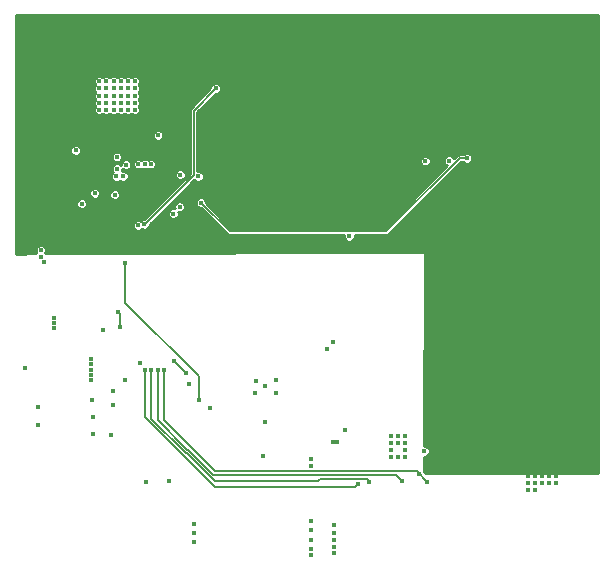
<source format=gbr>
G04 #@! TF.GenerationSoftware,KiCad,Pcbnew,5.0.1-33cea8e~68~ubuntu16.04.1*
G04 #@! TF.CreationDate,2018-12-19T12:21:55-05:00*
G04 #@! TF.ProjectId,SmallKat Battery Charger,536D616C6C4B61742042617474657279,rev?*
G04 #@! TF.SameCoordinates,Original*
G04 #@! TF.FileFunction,Copper,L3,Inr,Signal*
G04 #@! TF.FilePolarity,Positive*
%FSLAX46Y46*%
G04 Gerber Fmt 4.6, Leading zero omitted, Abs format (unit mm)*
G04 Created by KiCad (PCBNEW 5.0.1-33cea8e~68~ubuntu16.04.1) date Wed 19 Dec 2018 12:21:55 PM EST*
%MOMM*%
%LPD*%
G01*
G04 APERTURE LIST*
G04 #@! TA.AperFunction,ViaPad*
%ADD10C,0.400000*%
G04 #@! TD*
G04 #@! TA.AperFunction,Conductor*
%ADD11C,0.150000*%
G04 #@! TD*
G04 #@! TA.AperFunction,Conductor*
%ADD12C,0.254000*%
G04 #@! TD*
G04 APERTURE END LIST*
D10*
G04 #@! TO.N,Net-(C1-Pad1)*
X9661069Y-13065373D03*
X8850000Y-14050000D03*
G04 #@! TO.N,PHASE*
X10700000Y-18200000D03*
X15775000Y-14050000D03*
G04 #@! TO.N,GND*
X21450000Y-31800000D03*
X20600000Y-32375000D03*
X22325000Y-32375000D03*
X22325000Y-31300000D03*
X20675000Y-31375000D03*
X12000000Y-16400000D03*
X12100000Y-14650000D03*
X32700000Y-36025000D03*
X32700000Y-36625000D03*
X32700000Y-37825000D03*
X32100000Y-37825000D03*
X33300000Y-37825000D03*
X33300000Y-37225000D03*
X32100000Y-37225000D03*
X32100000Y-36625000D03*
X33300000Y-36625000D03*
X33300000Y-36025000D03*
X32100000Y-36025000D03*
X6900000Y-11800000D03*
X4000000Y-3800000D03*
X4600000Y-3800000D03*
X5200000Y-3800000D03*
X5800000Y-3800000D03*
X6400000Y-3800000D03*
X7000000Y-3800000D03*
X7000000Y-4400000D03*
X6400000Y-4400000D03*
X5800000Y-4400000D03*
X5200000Y-4400000D03*
X4600000Y-4400000D03*
X4000000Y-4400000D03*
X4000000Y-5000000D03*
X4600000Y-5000000D03*
X5200000Y-5000000D03*
X5800000Y-5000000D03*
X6400000Y-5000000D03*
X7000000Y-5000000D03*
X44300000Y-18200000D03*
X44300000Y-18800000D03*
X44300000Y-19400000D03*
X44900000Y-19400000D03*
X44900000Y-20000000D03*
X45500000Y-20000000D03*
X45500000Y-19400000D03*
X45500000Y-18800000D03*
X44900000Y-18800000D03*
X44900000Y-18200000D03*
X45500000Y-18200000D03*
X44725000Y-27750000D03*
X45325000Y-27750000D03*
X45325000Y-28350000D03*
X44125000Y-27150000D03*
X44725000Y-28950000D03*
X45325000Y-27150000D03*
X44725000Y-28350000D03*
X44125000Y-28350000D03*
X44725000Y-27150000D03*
X45325000Y-28950000D03*
X44125000Y-27750000D03*
X27300000Y-45900000D03*
X27300000Y-45400000D03*
X27300000Y-44800000D03*
X27300000Y-44200000D03*
X27300000Y-43600000D03*
X13700000Y-12650000D03*
X13250000Y-12650000D03*
X13250000Y-12200000D03*
X13700000Y-12200000D03*
X13700000Y-11750000D03*
X13200000Y-11750000D03*
X13200000Y-11300000D03*
X13700000Y-11300000D03*
X13200000Y-10850000D03*
X13200000Y-10400000D03*
X13700000Y-10850000D03*
X13700000Y-10400000D03*
X14150000Y-10400000D03*
X14600000Y-10400000D03*
X14600000Y-10850000D03*
X14150000Y-10850000D03*
X17000000Y-20200000D03*
X17600000Y-20200000D03*
X18200000Y-20200000D03*
X18800000Y-20200000D03*
X19400000Y-20200000D03*
X20000000Y-20200000D03*
X20600000Y-20200000D03*
X21200000Y-20200000D03*
X21800000Y-20200000D03*
X22400000Y-20200000D03*
X23000000Y-20200000D03*
X23600000Y-20200000D03*
X24200000Y-20200000D03*
X24800000Y-20200000D03*
X25400000Y-20200000D03*
X26000000Y-20200000D03*
X26600000Y-20200000D03*
X27200000Y-20200000D03*
X27800000Y-20200000D03*
X28400000Y-20200000D03*
X29000000Y-20200000D03*
X29700000Y-20200000D03*
X30400000Y-20200000D03*
X30400000Y-20200000D03*
X30400000Y-20200000D03*
X31000000Y-20200000D03*
X31600000Y-20200000D03*
X32200000Y-20200000D03*
X32800000Y-20200000D03*
X33400000Y-20200000D03*
X34000000Y-20200000D03*
X34600000Y-20200000D03*
X35200000Y-20200000D03*
X35200000Y-20800000D03*
X35200000Y-21400000D03*
X35200000Y-22000000D03*
X35200000Y-22600000D03*
X43700000Y-38825000D03*
X43700000Y-39425000D03*
X43700000Y-40025000D03*
X43700000Y-40625000D03*
X44300000Y-40625000D03*
X44300000Y-40025000D03*
X44300000Y-39425000D03*
X44300000Y-38825000D03*
X44900000Y-38825000D03*
X44900000Y-39425000D03*
X44900000Y-40025000D03*
X45500000Y-40025000D03*
X45500000Y-39425000D03*
X45500000Y-38825000D03*
X46100000Y-38825000D03*
X46100000Y-39425000D03*
X46100000Y-40025000D03*
X2225000Y-35050000D03*
X2225000Y-33600000D03*
X15400000Y-43500000D03*
X15400000Y-44250000D03*
X15400000Y-44975000D03*
X10270979Y-14700000D03*
X11677010Y-15739384D03*
X33900000Y-15150000D03*
X38125000Y-14200000D03*
X17025000Y-5525000D03*
G04 #@! TO.N,REGN*
X13650000Y-17200000D03*
X12375000Y-10575000D03*
G04 #@! TO.N,SRP*
X35000000Y-12750000D03*
G04 #@! TO.N,SRN*
X37000000Y-12700000D03*
X28550000Y-19102010D03*
G04 #@! TO.N,+BATT*
X25300000Y-43200000D03*
X25300000Y-44000000D03*
X25300000Y-44800000D03*
X25300000Y-45600000D03*
X3550519Y-26425000D03*
X3550519Y-26025519D03*
X3575000Y-26879234D03*
X25300000Y-46100000D03*
X7675000Y-27075000D03*
X25300000Y-38550000D03*
X25300000Y-37950000D03*
X25300000Y-38550000D03*
X27200000Y-36525000D03*
X27550000Y-36525000D03*
X26650000Y-28625000D03*
X27175000Y-28100000D03*
G04 #@! TO.N,+3V3*
X1077010Y-30307364D03*
X6725000Y-29500000D03*
X6725000Y-29950000D03*
X6725000Y-30400000D03*
X6725000Y-30850000D03*
X6725000Y-31300000D03*
X8575000Y-33425000D03*
X14950000Y-31600000D03*
X8425000Y-35925000D03*
G04 #@! TO.N,TX*
X13275000Y-39825000D03*
G04 #@! TO.N,RX*
X11325000Y-39950000D03*
G04 #@! TO.N,SCK*
X11270171Y-30422138D03*
X29275000Y-40125000D03*
G04 #@! TO.N,MISO*
X11796457Y-30449786D03*
X30265736Y-39884264D03*
G04 #@! TO.N,MOSI*
X12323461Y-30452689D03*
X33050000Y-39850000D03*
G04 #@! TO.N,CS*
X12850000Y-30475000D03*
X35175000Y-39875000D03*
G04 #@! TO.N,HIDRV*
X17250000Y-6600000D03*
X11216778Y-18096645D03*
G04 #@! TO.N,LODRV*
X14250000Y-13900000D03*
X14200000Y-16600000D03*
G04 #@! TO.N,BATDRV*
X16000000Y-16275000D03*
X38525000Y-12500000D03*
G04 #@! TO.N,Net-(R2-Pad2)*
X8892977Y-13393532D03*
G04 #@! TO.N,ACOK*
X9425000Y-14025000D03*
X10880102Y-29818844D03*
G04 #@! TO.N,Net-(R6-Pad1)*
X8700000Y-15600000D03*
X7000000Y-15470000D03*
G04 #@! TO.N,Net-(R7-Pad2)*
X5900000Y-16350000D03*
X8889088Y-12403939D03*
G04 #@! TO.N,SDA*
X11226998Y-12996189D03*
X16799473Y-33621507D03*
X14700000Y-30700000D03*
X13700000Y-29700000D03*
G04 #@! TO.N,SCL*
X11753993Y-13000435D03*
X15800000Y-33000000D03*
X9600000Y-21375000D03*
G04 #@! TO.N,LED1*
X6825000Y-34375000D03*
G04 #@! TO.N,LED2*
X6775000Y-32950000D03*
G04 #@! TO.N,LED3*
X6900000Y-35850000D03*
G04 #@! TO.N,IOUT*
X10700000Y-13000000D03*
X9150000Y-26825000D03*
X8575000Y-32250000D03*
X8971627Y-25540156D03*
G04 #@! TO.N,Net-(C10-Pad1)*
X34500000Y-39225000D03*
X34900000Y-37309053D03*
G04 #@! TO.N,ALERT*
X28175000Y-35500000D03*
X9550000Y-31275000D03*
G04 #@! TO.N,SWCLK*
X21250054Y-37718582D03*
G04 #@! TO.N,SWDIO*
X21400000Y-34800000D03*
G04 #@! TO.N,ADAPTER*
X7400000Y-6000000D03*
X8000000Y-6000000D03*
X8600000Y-6000000D03*
X9200000Y-6000000D03*
X9800000Y-6000000D03*
X10400000Y-6000000D03*
X10400000Y-6600000D03*
X9800000Y-6600000D03*
X9200000Y-6600000D03*
X8600000Y-6600000D03*
X8000000Y-6600000D03*
X7400000Y-6600000D03*
X7400000Y-7200000D03*
X8000000Y-7200000D03*
X8600000Y-7200000D03*
X9200000Y-7200000D03*
X9800000Y-7200000D03*
X10400000Y-7200000D03*
X10400000Y-7800000D03*
X9800000Y-7800000D03*
X9200000Y-7800000D03*
X8600000Y-7800000D03*
X8000000Y-7800000D03*
X7400000Y-7800000D03*
X7400000Y-8400000D03*
X8000000Y-8400000D03*
X8600000Y-8400000D03*
X9200000Y-8400000D03*
X9800000Y-8400000D03*
X10400000Y-8400000D03*
X5400000Y-11850000D03*
G04 #@! TO.N,Net-(D1-Pad2)*
X2700000Y-21300000D03*
X2450000Y-20850000D03*
X2450000Y-20300000D03*
G04 #@! TD*
D11*
G04 #@! TO.N,SCK*
X11270171Y-30422138D02*
X11270171Y-34411923D01*
X11270171Y-34411923D02*
X14733248Y-37875000D01*
X14733248Y-37875000D02*
X14775000Y-37875000D01*
X17183247Y-40324999D02*
X29075001Y-40324999D01*
X29075001Y-40324999D02*
X29275000Y-40125000D01*
X14733248Y-37875000D02*
X17183247Y-40324999D01*
G04 #@! TO.N,MISO*
X17185258Y-39852010D02*
X25933482Y-39852010D01*
X30065737Y-39684265D02*
X30265736Y-39884264D01*
X11796457Y-34546457D02*
X14700000Y-37450000D01*
X14783248Y-37450000D02*
X17185258Y-39852010D01*
X25933482Y-39852010D02*
X26101227Y-39684265D01*
X26101227Y-39684265D02*
X30065737Y-39684265D01*
X11796457Y-30449786D02*
X11796457Y-34546457D01*
X14700000Y-37450000D02*
X14783248Y-37450000D01*
G04 #@! TO.N,MOSI*
X12323461Y-30452689D02*
X12323461Y-34681711D01*
X12323461Y-34681711D02*
X14808375Y-37166625D01*
X14808375Y-37166625D02*
X14891625Y-37166625D01*
X14891625Y-37166625D02*
X17025000Y-39300000D01*
X32500000Y-39300000D02*
X33050000Y-39850000D01*
X17025000Y-39300000D02*
X32500000Y-39300000D01*
G04 #@! TO.N,CS*
X35175000Y-39875000D02*
X34300000Y-39000000D01*
X34300000Y-39000000D02*
X17175000Y-39000000D01*
X12850000Y-34675000D02*
X12850000Y-34550000D01*
X17175000Y-39000000D02*
X12850000Y-34675000D01*
X12850000Y-30475000D02*
X12850000Y-34550000D01*
G04 #@! TO.N,HIDRV*
X11416777Y-17896646D02*
X11216778Y-18096645D01*
X15372999Y-8477001D02*
X15372999Y-13940424D01*
X15372999Y-13940424D02*
X11416777Y-17896646D01*
X17250000Y-6600000D02*
X15372999Y-8477001D01*
G04 #@! TO.N,BATDRV*
X16000000Y-16275000D02*
X18425000Y-18700000D01*
X18425000Y-18700000D02*
X31700000Y-18700000D01*
X37900000Y-12500000D02*
X38525000Y-12500000D01*
X31700000Y-18700000D02*
X37900000Y-12500000D01*
G04 #@! TO.N,SDA*
X14700000Y-30700000D02*
X13700000Y-29700000D01*
G04 #@! TO.N,SCL*
X15800000Y-33000000D02*
X15800000Y-30950000D01*
X9600000Y-24750000D02*
X9600000Y-21375000D01*
X15800000Y-30950000D02*
X9600000Y-24750000D01*
G04 #@! TO.N,IOUT*
X9150000Y-25718529D02*
X8971627Y-25540156D01*
X9150000Y-26825000D02*
X9150000Y-25718529D01*
G04 #@! TD*
D12*
G04 #@! TO.N,GND*
G36*
X49646001Y-39171572D02*
X34954000Y-39167065D01*
X34954000Y-39134694D01*
X34884882Y-38967830D01*
X34878812Y-38961760D01*
X34885222Y-37763053D01*
X34990306Y-37763053D01*
X35157170Y-37693935D01*
X35284882Y-37566223D01*
X35354000Y-37399359D01*
X35354000Y-37218747D01*
X35284882Y-37051883D01*
X35157170Y-36924171D01*
X34990306Y-36855053D01*
X34890077Y-36855053D01*
X34976966Y-20606676D01*
X34967559Y-20558024D01*
X34940249Y-20516676D01*
X34899196Y-20488926D01*
X34849625Y-20478997D01*
X2826677Y-20565375D01*
X2834882Y-20557170D01*
X2904000Y-20390306D01*
X2904000Y-20209694D01*
X2834882Y-20042830D01*
X2707170Y-19915118D01*
X2540306Y-19846000D01*
X2359694Y-19846000D01*
X2192830Y-19915118D01*
X2065118Y-20042830D01*
X1996000Y-20209694D01*
X1996000Y-20390306D01*
X2065118Y-20557170D01*
X2075350Y-20567402D01*
X354000Y-20572045D01*
X354000Y-18109694D01*
X10246000Y-18109694D01*
X10246000Y-18290306D01*
X10315118Y-18457170D01*
X10442830Y-18584882D01*
X10609694Y-18654000D01*
X10790306Y-18654000D01*
X10957170Y-18584882D01*
X11030967Y-18511085D01*
X11126472Y-18550645D01*
X11307084Y-18550645D01*
X11473948Y-18481527D01*
X11601660Y-18353815D01*
X11670778Y-18186951D01*
X11670778Y-18107921D01*
X12669005Y-17109694D01*
X13196000Y-17109694D01*
X13196000Y-17290306D01*
X13265118Y-17457170D01*
X13392830Y-17584882D01*
X13559694Y-17654000D01*
X13740306Y-17654000D01*
X13907170Y-17584882D01*
X14034882Y-17457170D01*
X14104000Y-17290306D01*
X14104000Y-17109694D01*
X14074973Y-17039618D01*
X14109694Y-17054000D01*
X14290306Y-17054000D01*
X14457170Y-16984882D01*
X14584882Y-16857170D01*
X14654000Y-16690306D01*
X14654000Y-16509694D01*
X14584882Y-16342830D01*
X14457170Y-16215118D01*
X14383721Y-16184694D01*
X15546000Y-16184694D01*
X15546000Y-16365306D01*
X15615118Y-16532170D01*
X15742830Y-16659882D01*
X15909694Y-16729000D01*
X15988724Y-16729000D01*
X18169454Y-18909731D01*
X18187805Y-18937195D01*
X18215269Y-18955546D01*
X18215272Y-18955549D01*
X18275363Y-18995700D01*
X18296631Y-19009911D01*
X18392599Y-19029000D01*
X18392603Y-19029000D01*
X18425000Y-19035444D01*
X18457396Y-19029000D01*
X28096000Y-19029000D01*
X28096000Y-19192316D01*
X28165118Y-19359180D01*
X28292830Y-19486892D01*
X28459694Y-19556010D01*
X28640306Y-19556010D01*
X28807170Y-19486892D01*
X28934882Y-19359180D01*
X29004000Y-19192316D01*
X29004000Y-19029000D01*
X31667604Y-19029000D01*
X31700000Y-19035444D01*
X31732396Y-19029000D01*
X31732401Y-19029000D01*
X31828369Y-19009911D01*
X31937195Y-18937195D01*
X31955548Y-18909728D01*
X38036277Y-12829000D01*
X38211948Y-12829000D01*
X38267830Y-12884882D01*
X38434694Y-12954000D01*
X38615306Y-12954000D01*
X38782170Y-12884882D01*
X38909882Y-12757170D01*
X38979000Y-12590306D01*
X38979000Y-12409694D01*
X38909882Y-12242830D01*
X38782170Y-12115118D01*
X38615306Y-12046000D01*
X38434694Y-12046000D01*
X38267830Y-12115118D01*
X38211948Y-12171000D01*
X37932396Y-12171000D01*
X37899999Y-12164556D01*
X37867603Y-12171000D01*
X37867599Y-12171000D01*
X37771631Y-12190089D01*
X37771629Y-12190090D01*
X37771630Y-12190090D01*
X37690272Y-12244451D01*
X37690269Y-12244454D01*
X37662805Y-12262805D01*
X37644454Y-12290269D01*
X37416225Y-12518498D01*
X37384882Y-12442830D01*
X37257170Y-12315118D01*
X37090306Y-12246000D01*
X36909694Y-12246000D01*
X36742830Y-12315118D01*
X36615118Y-12442830D01*
X36546000Y-12609694D01*
X36546000Y-12790306D01*
X36615118Y-12957170D01*
X36742830Y-13084882D01*
X36818498Y-13116225D01*
X31563724Y-18371000D01*
X18561277Y-18371000D01*
X16454000Y-16263724D01*
X16454000Y-16184694D01*
X16384882Y-16017830D01*
X16257170Y-15890118D01*
X16090306Y-15821000D01*
X15909694Y-15821000D01*
X15742830Y-15890118D01*
X15615118Y-16017830D01*
X15546000Y-16184694D01*
X14383721Y-16184694D01*
X14290306Y-16146000D01*
X14109694Y-16146000D01*
X13942830Y-16215118D01*
X13815118Y-16342830D01*
X13746000Y-16509694D01*
X13746000Y-16690306D01*
X13775027Y-16760382D01*
X13740306Y-16746000D01*
X13559694Y-16746000D01*
X13392830Y-16815118D01*
X13265118Y-16942830D01*
X13196000Y-17109694D01*
X12669005Y-17109694D01*
X15430824Y-14347876D01*
X15517830Y-14434882D01*
X15684694Y-14504000D01*
X15865306Y-14504000D01*
X16032170Y-14434882D01*
X16159882Y-14307170D01*
X16229000Y-14140306D01*
X16229000Y-13959694D01*
X16159882Y-13792830D01*
X16032170Y-13665118D01*
X15865306Y-13596000D01*
X15701999Y-13596000D01*
X15701999Y-12659694D01*
X34546000Y-12659694D01*
X34546000Y-12840306D01*
X34615118Y-13007170D01*
X34742830Y-13134882D01*
X34909694Y-13204000D01*
X35090306Y-13204000D01*
X35257170Y-13134882D01*
X35384882Y-13007170D01*
X35454000Y-12840306D01*
X35454000Y-12659694D01*
X35384882Y-12492830D01*
X35257170Y-12365118D01*
X35090306Y-12296000D01*
X34909694Y-12296000D01*
X34742830Y-12365118D01*
X34615118Y-12492830D01*
X34546000Y-12659694D01*
X15701999Y-12659694D01*
X15701999Y-8613277D01*
X17261276Y-7054000D01*
X17340306Y-7054000D01*
X17507170Y-6984882D01*
X17634882Y-6857170D01*
X17704000Y-6690306D01*
X17704000Y-6509694D01*
X17634882Y-6342830D01*
X17507170Y-6215118D01*
X17340306Y-6146000D01*
X17159694Y-6146000D01*
X16992830Y-6215118D01*
X16865118Y-6342830D01*
X16796000Y-6509694D01*
X16796000Y-6588724D01*
X15163271Y-8221453D01*
X15135804Y-8239806D01*
X15063088Y-8348633D01*
X15043999Y-8444601D01*
X15043999Y-8444605D01*
X15037555Y-8477001D01*
X15043999Y-8509397D01*
X15044000Y-13804146D01*
X11205502Y-17642645D01*
X11126472Y-17642645D01*
X10959608Y-17711763D01*
X10885811Y-17785560D01*
X10790306Y-17746000D01*
X10609694Y-17746000D01*
X10442830Y-17815118D01*
X10315118Y-17942830D01*
X10246000Y-18109694D01*
X354000Y-18109694D01*
X354000Y-16259694D01*
X5446000Y-16259694D01*
X5446000Y-16440306D01*
X5515118Y-16607170D01*
X5642830Y-16734882D01*
X5809694Y-16804000D01*
X5990306Y-16804000D01*
X6157170Y-16734882D01*
X6284882Y-16607170D01*
X6354000Y-16440306D01*
X6354000Y-16259694D01*
X6284882Y-16092830D01*
X6157170Y-15965118D01*
X5990306Y-15896000D01*
X5809694Y-15896000D01*
X5642830Y-15965118D01*
X5515118Y-16092830D01*
X5446000Y-16259694D01*
X354000Y-16259694D01*
X354000Y-15379694D01*
X6546000Y-15379694D01*
X6546000Y-15560306D01*
X6615118Y-15727170D01*
X6742830Y-15854882D01*
X6909694Y-15924000D01*
X7090306Y-15924000D01*
X7257170Y-15854882D01*
X7384882Y-15727170D01*
X7454000Y-15560306D01*
X7454000Y-15509694D01*
X8246000Y-15509694D01*
X8246000Y-15690306D01*
X8315118Y-15857170D01*
X8442830Y-15984882D01*
X8609694Y-16054000D01*
X8790306Y-16054000D01*
X8957170Y-15984882D01*
X9084882Y-15857170D01*
X9154000Y-15690306D01*
X9154000Y-15509694D01*
X9084882Y-15342830D01*
X8957170Y-15215118D01*
X8790306Y-15146000D01*
X8609694Y-15146000D01*
X8442830Y-15215118D01*
X8315118Y-15342830D01*
X8246000Y-15509694D01*
X7454000Y-15509694D01*
X7454000Y-15379694D01*
X7384882Y-15212830D01*
X7257170Y-15085118D01*
X7090306Y-15016000D01*
X6909694Y-15016000D01*
X6742830Y-15085118D01*
X6615118Y-15212830D01*
X6546000Y-15379694D01*
X354000Y-15379694D01*
X354000Y-13959694D01*
X8396000Y-13959694D01*
X8396000Y-14140306D01*
X8465118Y-14307170D01*
X8592830Y-14434882D01*
X8759694Y-14504000D01*
X8940306Y-14504000D01*
X9107170Y-14434882D01*
X9150000Y-14392052D01*
X9167830Y-14409882D01*
X9334694Y-14479000D01*
X9515306Y-14479000D01*
X9682170Y-14409882D01*
X9809882Y-14282170D01*
X9879000Y-14115306D01*
X9879000Y-13934694D01*
X9827223Y-13809694D01*
X13796000Y-13809694D01*
X13796000Y-13990306D01*
X13865118Y-14157170D01*
X13992830Y-14284882D01*
X14159694Y-14354000D01*
X14340306Y-14354000D01*
X14507170Y-14284882D01*
X14634882Y-14157170D01*
X14704000Y-13990306D01*
X14704000Y-13809694D01*
X14634882Y-13642830D01*
X14507170Y-13515118D01*
X14340306Y-13446000D01*
X14159694Y-13446000D01*
X13992830Y-13515118D01*
X13865118Y-13642830D01*
X13796000Y-13809694D01*
X9827223Y-13809694D01*
X9809882Y-13767830D01*
X9682170Y-13640118D01*
X9515306Y-13571000D01*
X9334694Y-13571000D01*
X9305939Y-13582911D01*
X9346977Y-13483838D01*
X9346977Y-13393333D01*
X9403899Y-13450255D01*
X9570763Y-13519373D01*
X9751375Y-13519373D01*
X9918239Y-13450255D01*
X10045951Y-13322543D01*
X10115069Y-13155679D01*
X10115069Y-12975067D01*
X10087991Y-12909694D01*
X10246000Y-12909694D01*
X10246000Y-13090306D01*
X10315118Y-13257170D01*
X10442830Y-13384882D01*
X10609694Y-13454000D01*
X10790306Y-13454000D01*
X10957170Y-13384882D01*
X10965405Y-13376648D01*
X10969828Y-13381071D01*
X11136692Y-13450189D01*
X11317304Y-13450189D01*
X11484168Y-13381071D01*
X11488373Y-13376867D01*
X11496823Y-13385317D01*
X11663687Y-13454435D01*
X11844299Y-13454435D01*
X12011163Y-13385317D01*
X12138875Y-13257605D01*
X12207993Y-13090741D01*
X12207993Y-12910129D01*
X12138875Y-12743265D01*
X12011163Y-12615553D01*
X11844299Y-12546435D01*
X11663687Y-12546435D01*
X11496823Y-12615553D01*
X11492619Y-12619758D01*
X11484168Y-12611307D01*
X11317304Y-12542189D01*
X11136692Y-12542189D01*
X10969828Y-12611307D01*
X10961594Y-12619542D01*
X10957170Y-12615118D01*
X10790306Y-12546000D01*
X10609694Y-12546000D01*
X10442830Y-12615118D01*
X10315118Y-12742830D01*
X10246000Y-12909694D01*
X10087991Y-12909694D01*
X10045951Y-12808203D01*
X9918239Y-12680491D01*
X9751375Y-12611373D01*
X9570763Y-12611373D01*
X9403899Y-12680491D01*
X9276187Y-12808203D01*
X9207069Y-12975067D01*
X9207069Y-13065572D01*
X9150147Y-13008650D01*
X8983283Y-12939532D01*
X8802671Y-12939532D01*
X8635807Y-13008650D01*
X8508095Y-13136362D01*
X8438977Y-13303226D01*
X8438977Y-13483838D01*
X8508095Y-13650702D01*
X8557671Y-13700278D01*
X8465118Y-13792830D01*
X8396000Y-13959694D01*
X354000Y-13959694D01*
X354000Y-12313633D01*
X8435088Y-12313633D01*
X8435088Y-12494245D01*
X8504206Y-12661109D01*
X8631918Y-12788821D01*
X8798782Y-12857939D01*
X8979394Y-12857939D01*
X9146258Y-12788821D01*
X9273970Y-12661109D01*
X9343088Y-12494245D01*
X9343088Y-12313633D01*
X9273970Y-12146769D01*
X9146258Y-12019057D01*
X8979394Y-11949939D01*
X8798782Y-11949939D01*
X8631918Y-12019057D01*
X8504206Y-12146769D01*
X8435088Y-12313633D01*
X354000Y-12313633D01*
X354000Y-11759694D01*
X4946000Y-11759694D01*
X4946000Y-11940306D01*
X5015118Y-12107170D01*
X5142830Y-12234882D01*
X5309694Y-12304000D01*
X5490306Y-12304000D01*
X5657170Y-12234882D01*
X5784882Y-12107170D01*
X5854000Y-11940306D01*
X5854000Y-11759694D01*
X5784882Y-11592830D01*
X5657170Y-11465118D01*
X5490306Y-11396000D01*
X5309694Y-11396000D01*
X5142830Y-11465118D01*
X5015118Y-11592830D01*
X4946000Y-11759694D01*
X354000Y-11759694D01*
X354000Y-10484694D01*
X11921000Y-10484694D01*
X11921000Y-10665306D01*
X11990118Y-10832170D01*
X12117830Y-10959882D01*
X12284694Y-11029000D01*
X12465306Y-11029000D01*
X12632170Y-10959882D01*
X12759882Y-10832170D01*
X12829000Y-10665306D01*
X12829000Y-10484694D01*
X12759882Y-10317830D01*
X12632170Y-10190118D01*
X12465306Y-10121000D01*
X12284694Y-10121000D01*
X12117830Y-10190118D01*
X11990118Y-10317830D01*
X11921000Y-10484694D01*
X354000Y-10484694D01*
X354000Y-5909694D01*
X6946000Y-5909694D01*
X6946000Y-6090306D01*
X7015118Y-6257170D01*
X7057948Y-6300000D01*
X7015118Y-6342830D01*
X6946000Y-6509694D01*
X6946000Y-6690306D01*
X7015118Y-6857170D01*
X7057948Y-6900000D01*
X7015118Y-6942830D01*
X6946000Y-7109694D01*
X6946000Y-7290306D01*
X7015118Y-7457170D01*
X7057948Y-7500000D01*
X7015118Y-7542830D01*
X6946000Y-7709694D01*
X6946000Y-7890306D01*
X7015118Y-8057170D01*
X7057948Y-8100000D01*
X7015118Y-8142830D01*
X6946000Y-8309694D01*
X6946000Y-8490306D01*
X7015118Y-8657170D01*
X7142830Y-8784882D01*
X7309694Y-8854000D01*
X7490306Y-8854000D01*
X7657170Y-8784882D01*
X7700000Y-8742052D01*
X7742830Y-8784882D01*
X7909694Y-8854000D01*
X8090306Y-8854000D01*
X8257170Y-8784882D01*
X8300000Y-8742052D01*
X8342830Y-8784882D01*
X8509694Y-8854000D01*
X8690306Y-8854000D01*
X8857170Y-8784882D01*
X8900000Y-8742052D01*
X8942830Y-8784882D01*
X9109694Y-8854000D01*
X9290306Y-8854000D01*
X9457170Y-8784882D01*
X9500000Y-8742052D01*
X9542830Y-8784882D01*
X9709694Y-8854000D01*
X9890306Y-8854000D01*
X10057170Y-8784882D01*
X10100000Y-8742052D01*
X10142830Y-8784882D01*
X10309694Y-8854000D01*
X10490306Y-8854000D01*
X10657170Y-8784882D01*
X10784882Y-8657170D01*
X10854000Y-8490306D01*
X10854000Y-8309694D01*
X10784882Y-8142830D01*
X10742052Y-8100000D01*
X10784882Y-8057170D01*
X10854000Y-7890306D01*
X10854000Y-7709694D01*
X10784882Y-7542830D01*
X10742052Y-7500000D01*
X10784882Y-7457170D01*
X10854000Y-7290306D01*
X10854000Y-7109694D01*
X10784882Y-6942830D01*
X10742052Y-6900000D01*
X10784882Y-6857170D01*
X10854000Y-6690306D01*
X10854000Y-6509694D01*
X10784882Y-6342830D01*
X10742052Y-6300000D01*
X10784882Y-6257170D01*
X10854000Y-6090306D01*
X10854000Y-5909694D01*
X10784882Y-5742830D01*
X10657170Y-5615118D01*
X10490306Y-5546000D01*
X10309694Y-5546000D01*
X10142830Y-5615118D01*
X10100000Y-5657948D01*
X10057170Y-5615118D01*
X9890306Y-5546000D01*
X9709694Y-5546000D01*
X9542830Y-5615118D01*
X9500000Y-5657948D01*
X9457170Y-5615118D01*
X9290306Y-5546000D01*
X9109694Y-5546000D01*
X8942830Y-5615118D01*
X8900000Y-5657948D01*
X8857170Y-5615118D01*
X8690306Y-5546000D01*
X8509694Y-5546000D01*
X8342830Y-5615118D01*
X8300000Y-5657948D01*
X8257170Y-5615118D01*
X8090306Y-5546000D01*
X7909694Y-5546000D01*
X7742830Y-5615118D01*
X7700000Y-5657948D01*
X7657170Y-5615118D01*
X7490306Y-5546000D01*
X7309694Y-5546000D01*
X7142830Y-5615118D01*
X7015118Y-5742830D01*
X6946000Y-5909694D01*
X354000Y-5909694D01*
X354000Y-354000D01*
X49646000Y-354000D01*
X49646001Y-39171572D01*
X49646001Y-39171572D01*
G37*
X49646001Y-39171572D02*
X34954000Y-39167065D01*
X34954000Y-39134694D01*
X34884882Y-38967830D01*
X34878812Y-38961760D01*
X34885222Y-37763053D01*
X34990306Y-37763053D01*
X35157170Y-37693935D01*
X35284882Y-37566223D01*
X35354000Y-37399359D01*
X35354000Y-37218747D01*
X35284882Y-37051883D01*
X35157170Y-36924171D01*
X34990306Y-36855053D01*
X34890077Y-36855053D01*
X34976966Y-20606676D01*
X34967559Y-20558024D01*
X34940249Y-20516676D01*
X34899196Y-20488926D01*
X34849625Y-20478997D01*
X2826677Y-20565375D01*
X2834882Y-20557170D01*
X2904000Y-20390306D01*
X2904000Y-20209694D01*
X2834882Y-20042830D01*
X2707170Y-19915118D01*
X2540306Y-19846000D01*
X2359694Y-19846000D01*
X2192830Y-19915118D01*
X2065118Y-20042830D01*
X1996000Y-20209694D01*
X1996000Y-20390306D01*
X2065118Y-20557170D01*
X2075350Y-20567402D01*
X354000Y-20572045D01*
X354000Y-18109694D01*
X10246000Y-18109694D01*
X10246000Y-18290306D01*
X10315118Y-18457170D01*
X10442830Y-18584882D01*
X10609694Y-18654000D01*
X10790306Y-18654000D01*
X10957170Y-18584882D01*
X11030967Y-18511085D01*
X11126472Y-18550645D01*
X11307084Y-18550645D01*
X11473948Y-18481527D01*
X11601660Y-18353815D01*
X11670778Y-18186951D01*
X11670778Y-18107921D01*
X12669005Y-17109694D01*
X13196000Y-17109694D01*
X13196000Y-17290306D01*
X13265118Y-17457170D01*
X13392830Y-17584882D01*
X13559694Y-17654000D01*
X13740306Y-17654000D01*
X13907170Y-17584882D01*
X14034882Y-17457170D01*
X14104000Y-17290306D01*
X14104000Y-17109694D01*
X14074973Y-17039618D01*
X14109694Y-17054000D01*
X14290306Y-17054000D01*
X14457170Y-16984882D01*
X14584882Y-16857170D01*
X14654000Y-16690306D01*
X14654000Y-16509694D01*
X14584882Y-16342830D01*
X14457170Y-16215118D01*
X14383721Y-16184694D01*
X15546000Y-16184694D01*
X15546000Y-16365306D01*
X15615118Y-16532170D01*
X15742830Y-16659882D01*
X15909694Y-16729000D01*
X15988724Y-16729000D01*
X18169454Y-18909731D01*
X18187805Y-18937195D01*
X18215269Y-18955546D01*
X18215272Y-18955549D01*
X18275363Y-18995700D01*
X18296631Y-19009911D01*
X18392599Y-19029000D01*
X18392603Y-19029000D01*
X18425000Y-19035444D01*
X18457396Y-19029000D01*
X28096000Y-19029000D01*
X28096000Y-19192316D01*
X28165118Y-19359180D01*
X28292830Y-19486892D01*
X28459694Y-19556010D01*
X28640306Y-19556010D01*
X28807170Y-19486892D01*
X28934882Y-19359180D01*
X29004000Y-19192316D01*
X29004000Y-19029000D01*
X31667604Y-19029000D01*
X31700000Y-19035444D01*
X31732396Y-19029000D01*
X31732401Y-19029000D01*
X31828369Y-19009911D01*
X31937195Y-18937195D01*
X31955548Y-18909728D01*
X38036277Y-12829000D01*
X38211948Y-12829000D01*
X38267830Y-12884882D01*
X38434694Y-12954000D01*
X38615306Y-12954000D01*
X38782170Y-12884882D01*
X38909882Y-12757170D01*
X38979000Y-12590306D01*
X38979000Y-12409694D01*
X38909882Y-12242830D01*
X38782170Y-12115118D01*
X38615306Y-12046000D01*
X38434694Y-12046000D01*
X38267830Y-12115118D01*
X38211948Y-12171000D01*
X37932396Y-12171000D01*
X37899999Y-12164556D01*
X37867603Y-12171000D01*
X37867599Y-12171000D01*
X37771631Y-12190089D01*
X37771629Y-12190090D01*
X37771630Y-12190090D01*
X37690272Y-12244451D01*
X37690269Y-12244454D01*
X37662805Y-12262805D01*
X37644454Y-12290269D01*
X37416225Y-12518498D01*
X37384882Y-12442830D01*
X37257170Y-12315118D01*
X37090306Y-12246000D01*
X36909694Y-12246000D01*
X36742830Y-12315118D01*
X36615118Y-12442830D01*
X36546000Y-12609694D01*
X36546000Y-12790306D01*
X36615118Y-12957170D01*
X36742830Y-13084882D01*
X36818498Y-13116225D01*
X31563724Y-18371000D01*
X18561277Y-18371000D01*
X16454000Y-16263724D01*
X16454000Y-16184694D01*
X16384882Y-16017830D01*
X16257170Y-15890118D01*
X16090306Y-15821000D01*
X15909694Y-15821000D01*
X15742830Y-15890118D01*
X15615118Y-16017830D01*
X15546000Y-16184694D01*
X14383721Y-16184694D01*
X14290306Y-16146000D01*
X14109694Y-16146000D01*
X13942830Y-16215118D01*
X13815118Y-16342830D01*
X13746000Y-16509694D01*
X13746000Y-16690306D01*
X13775027Y-16760382D01*
X13740306Y-16746000D01*
X13559694Y-16746000D01*
X13392830Y-16815118D01*
X13265118Y-16942830D01*
X13196000Y-17109694D01*
X12669005Y-17109694D01*
X15430824Y-14347876D01*
X15517830Y-14434882D01*
X15684694Y-14504000D01*
X15865306Y-14504000D01*
X16032170Y-14434882D01*
X16159882Y-14307170D01*
X16229000Y-14140306D01*
X16229000Y-13959694D01*
X16159882Y-13792830D01*
X16032170Y-13665118D01*
X15865306Y-13596000D01*
X15701999Y-13596000D01*
X15701999Y-12659694D01*
X34546000Y-12659694D01*
X34546000Y-12840306D01*
X34615118Y-13007170D01*
X34742830Y-13134882D01*
X34909694Y-13204000D01*
X35090306Y-13204000D01*
X35257170Y-13134882D01*
X35384882Y-13007170D01*
X35454000Y-12840306D01*
X35454000Y-12659694D01*
X35384882Y-12492830D01*
X35257170Y-12365118D01*
X35090306Y-12296000D01*
X34909694Y-12296000D01*
X34742830Y-12365118D01*
X34615118Y-12492830D01*
X34546000Y-12659694D01*
X15701999Y-12659694D01*
X15701999Y-8613277D01*
X17261276Y-7054000D01*
X17340306Y-7054000D01*
X17507170Y-6984882D01*
X17634882Y-6857170D01*
X17704000Y-6690306D01*
X17704000Y-6509694D01*
X17634882Y-6342830D01*
X17507170Y-6215118D01*
X17340306Y-6146000D01*
X17159694Y-6146000D01*
X16992830Y-6215118D01*
X16865118Y-6342830D01*
X16796000Y-6509694D01*
X16796000Y-6588724D01*
X15163271Y-8221453D01*
X15135804Y-8239806D01*
X15063088Y-8348633D01*
X15043999Y-8444601D01*
X15043999Y-8444605D01*
X15037555Y-8477001D01*
X15043999Y-8509397D01*
X15044000Y-13804146D01*
X11205502Y-17642645D01*
X11126472Y-17642645D01*
X10959608Y-17711763D01*
X10885811Y-17785560D01*
X10790306Y-17746000D01*
X10609694Y-17746000D01*
X10442830Y-17815118D01*
X10315118Y-17942830D01*
X10246000Y-18109694D01*
X354000Y-18109694D01*
X354000Y-16259694D01*
X5446000Y-16259694D01*
X5446000Y-16440306D01*
X5515118Y-16607170D01*
X5642830Y-16734882D01*
X5809694Y-16804000D01*
X5990306Y-16804000D01*
X6157170Y-16734882D01*
X6284882Y-16607170D01*
X6354000Y-16440306D01*
X6354000Y-16259694D01*
X6284882Y-16092830D01*
X6157170Y-15965118D01*
X5990306Y-15896000D01*
X5809694Y-15896000D01*
X5642830Y-15965118D01*
X5515118Y-16092830D01*
X5446000Y-16259694D01*
X354000Y-16259694D01*
X354000Y-15379694D01*
X6546000Y-15379694D01*
X6546000Y-15560306D01*
X6615118Y-15727170D01*
X6742830Y-15854882D01*
X6909694Y-15924000D01*
X7090306Y-15924000D01*
X7257170Y-15854882D01*
X7384882Y-15727170D01*
X7454000Y-15560306D01*
X7454000Y-15509694D01*
X8246000Y-15509694D01*
X8246000Y-15690306D01*
X8315118Y-15857170D01*
X8442830Y-15984882D01*
X8609694Y-16054000D01*
X8790306Y-16054000D01*
X8957170Y-15984882D01*
X9084882Y-15857170D01*
X9154000Y-15690306D01*
X9154000Y-15509694D01*
X9084882Y-15342830D01*
X8957170Y-15215118D01*
X8790306Y-15146000D01*
X8609694Y-15146000D01*
X8442830Y-15215118D01*
X8315118Y-15342830D01*
X8246000Y-15509694D01*
X7454000Y-15509694D01*
X7454000Y-15379694D01*
X7384882Y-15212830D01*
X7257170Y-15085118D01*
X7090306Y-15016000D01*
X6909694Y-15016000D01*
X6742830Y-15085118D01*
X6615118Y-15212830D01*
X6546000Y-15379694D01*
X354000Y-15379694D01*
X354000Y-13959694D01*
X8396000Y-13959694D01*
X8396000Y-14140306D01*
X8465118Y-14307170D01*
X8592830Y-14434882D01*
X8759694Y-14504000D01*
X8940306Y-14504000D01*
X9107170Y-14434882D01*
X9150000Y-14392052D01*
X9167830Y-14409882D01*
X9334694Y-14479000D01*
X9515306Y-14479000D01*
X9682170Y-14409882D01*
X9809882Y-14282170D01*
X9879000Y-14115306D01*
X9879000Y-13934694D01*
X9827223Y-13809694D01*
X13796000Y-13809694D01*
X13796000Y-13990306D01*
X13865118Y-14157170D01*
X13992830Y-14284882D01*
X14159694Y-14354000D01*
X14340306Y-14354000D01*
X14507170Y-14284882D01*
X14634882Y-14157170D01*
X14704000Y-13990306D01*
X14704000Y-13809694D01*
X14634882Y-13642830D01*
X14507170Y-13515118D01*
X14340306Y-13446000D01*
X14159694Y-13446000D01*
X13992830Y-13515118D01*
X13865118Y-13642830D01*
X13796000Y-13809694D01*
X9827223Y-13809694D01*
X9809882Y-13767830D01*
X9682170Y-13640118D01*
X9515306Y-13571000D01*
X9334694Y-13571000D01*
X9305939Y-13582911D01*
X9346977Y-13483838D01*
X9346977Y-13393333D01*
X9403899Y-13450255D01*
X9570763Y-13519373D01*
X9751375Y-13519373D01*
X9918239Y-13450255D01*
X10045951Y-13322543D01*
X10115069Y-13155679D01*
X10115069Y-12975067D01*
X10087991Y-12909694D01*
X10246000Y-12909694D01*
X10246000Y-13090306D01*
X10315118Y-13257170D01*
X10442830Y-13384882D01*
X10609694Y-13454000D01*
X10790306Y-13454000D01*
X10957170Y-13384882D01*
X10965405Y-13376648D01*
X10969828Y-13381071D01*
X11136692Y-13450189D01*
X11317304Y-13450189D01*
X11484168Y-13381071D01*
X11488373Y-13376867D01*
X11496823Y-13385317D01*
X11663687Y-13454435D01*
X11844299Y-13454435D01*
X12011163Y-13385317D01*
X12138875Y-13257605D01*
X12207993Y-13090741D01*
X12207993Y-12910129D01*
X12138875Y-12743265D01*
X12011163Y-12615553D01*
X11844299Y-12546435D01*
X11663687Y-12546435D01*
X11496823Y-12615553D01*
X11492619Y-12619758D01*
X11484168Y-12611307D01*
X11317304Y-12542189D01*
X11136692Y-12542189D01*
X10969828Y-12611307D01*
X10961594Y-12619542D01*
X10957170Y-12615118D01*
X10790306Y-12546000D01*
X10609694Y-12546000D01*
X10442830Y-12615118D01*
X10315118Y-12742830D01*
X10246000Y-12909694D01*
X10087991Y-12909694D01*
X10045951Y-12808203D01*
X9918239Y-12680491D01*
X9751375Y-12611373D01*
X9570763Y-12611373D01*
X9403899Y-12680491D01*
X9276187Y-12808203D01*
X9207069Y-12975067D01*
X9207069Y-13065572D01*
X9150147Y-13008650D01*
X8983283Y-12939532D01*
X8802671Y-12939532D01*
X8635807Y-13008650D01*
X8508095Y-13136362D01*
X8438977Y-13303226D01*
X8438977Y-13483838D01*
X8508095Y-13650702D01*
X8557671Y-13700278D01*
X8465118Y-13792830D01*
X8396000Y-13959694D01*
X354000Y-13959694D01*
X354000Y-12313633D01*
X8435088Y-12313633D01*
X8435088Y-12494245D01*
X8504206Y-12661109D01*
X8631918Y-12788821D01*
X8798782Y-12857939D01*
X8979394Y-12857939D01*
X9146258Y-12788821D01*
X9273970Y-12661109D01*
X9343088Y-12494245D01*
X9343088Y-12313633D01*
X9273970Y-12146769D01*
X9146258Y-12019057D01*
X8979394Y-11949939D01*
X8798782Y-11949939D01*
X8631918Y-12019057D01*
X8504206Y-12146769D01*
X8435088Y-12313633D01*
X354000Y-12313633D01*
X354000Y-11759694D01*
X4946000Y-11759694D01*
X4946000Y-11940306D01*
X5015118Y-12107170D01*
X5142830Y-12234882D01*
X5309694Y-12304000D01*
X5490306Y-12304000D01*
X5657170Y-12234882D01*
X5784882Y-12107170D01*
X5854000Y-11940306D01*
X5854000Y-11759694D01*
X5784882Y-11592830D01*
X5657170Y-11465118D01*
X5490306Y-11396000D01*
X5309694Y-11396000D01*
X5142830Y-11465118D01*
X5015118Y-11592830D01*
X4946000Y-11759694D01*
X354000Y-11759694D01*
X354000Y-10484694D01*
X11921000Y-10484694D01*
X11921000Y-10665306D01*
X11990118Y-10832170D01*
X12117830Y-10959882D01*
X12284694Y-11029000D01*
X12465306Y-11029000D01*
X12632170Y-10959882D01*
X12759882Y-10832170D01*
X12829000Y-10665306D01*
X12829000Y-10484694D01*
X12759882Y-10317830D01*
X12632170Y-10190118D01*
X12465306Y-10121000D01*
X12284694Y-10121000D01*
X12117830Y-10190118D01*
X11990118Y-10317830D01*
X11921000Y-10484694D01*
X354000Y-10484694D01*
X354000Y-5909694D01*
X6946000Y-5909694D01*
X6946000Y-6090306D01*
X7015118Y-6257170D01*
X7057948Y-6300000D01*
X7015118Y-6342830D01*
X6946000Y-6509694D01*
X6946000Y-6690306D01*
X7015118Y-6857170D01*
X7057948Y-6900000D01*
X7015118Y-6942830D01*
X6946000Y-7109694D01*
X6946000Y-7290306D01*
X7015118Y-7457170D01*
X7057948Y-7500000D01*
X7015118Y-7542830D01*
X6946000Y-7709694D01*
X6946000Y-7890306D01*
X7015118Y-8057170D01*
X7057948Y-8100000D01*
X7015118Y-8142830D01*
X6946000Y-8309694D01*
X6946000Y-8490306D01*
X7015118Y-8657170D01*
X7142830Y-8784882D01*
X7309694Y-8854000D01*
X7490306Y-8854000D01*
X7657170Y-8784882D01*
X7700000Y-8742052D01*
X7742830Y-8784882D01*
X7909694Y-8854000D01*
X8090306Y-8854000D01*
X8257170Y-8784882D01*
X8300000Y-8742052D01*
X8342830Y-8784882D01*
X8509694Y-8854000D01*
X8690306Y-8854000D01*
X8857170Y-8784882D01*
X8900000Y-8742052D01*
X8942830Y-8784882D01*
X9109694Y-8854000D01*
X9290306Y-8854000D01*
X9457170Y-8784882D01*
X9500000Y-8742052D01*
X9542830Y-8784882D01*
X9709694Y-8854000D01*
X9890306Y-8854000D01*
X10057170Y-8784882D01*
X10100000Y-8742052D01*
X10142830Y-8784882D01*
X10309694Y-8854000D01*
X10490306Y-8854000D01*
X10657170Y-8784882D01*
X10784882Y-8657170D01*
X10854000Y-8490306D01*
X10854000Y-8309694D01*
X10784882Y-8142830D01*
X10742052Y-8100000D01*
X10784882Y-8057170D01*
X10854000Y-7890306D01*
X10854000Y-7709694D01*
X10784882Y-7542830D01*
X10742052Y-7500000D01*
X10784882Y-7457170D01*
X10854000Y-7290306D01*
X10854000Y-7109694D01*
X10784882Y-6942830D01*
X10742052Y-6900000D01*
X10784882Y-6857170D01*
X10854000Y-6690306D01*
X10854000Y-6509694D01*
X10784882Y-6342830D01*
X10742052Y-6300000D01*
X10784882Y-6257170D01*
X10854000Y-6090306D01*
X10854000Y-5909694D01*
X10784882Y-5742830D01*
X10657170Y-5615118D01*
X10490306Y-5546000D01*
X10309694Y-5546000D01*
X10142830Y-5615118D01*
X10100000Y-5657948D01*
X10057170Y-5615118D01*
X9890306Y-5546000D01*
X9709694Y-5546000D01*
X9542830Y-5615118D01*
X9500000Y-5657948D01*
X9457170Y-5615118D01*
X9290306Y-5546000D01*
X9109694Y-5546000D01*
X8942830Y-5615118D01*
X8900000Y-5657948D01*
X8857170Y-5615118D01*
X8690306Y-5546000D01*
X8509694Y-5546000D01*
X8342830Y-5615118D01*
X8300000Y-5657948D01*
X8257170Y-5615118D01*
X8090306Y-5546000D01*
X7909694Y-5546000D01*
X7742830Y-5615118D01*
X7700000Y-5657948D01*
X7657170Y-5615118D01*
X7490306Y-5546000D01*
X7309694Y-5546000D01*
X7142830Y-5615118D01*
X7015118Y-5742830D01*
X6946000Y-5909694D01*
X354000Y-5909694D01*
X354000Y-354000D01*
X49646000Y-354000D01*
X49646001Y-39171572D01*
G04 #@! TD*
M02*

</source>
